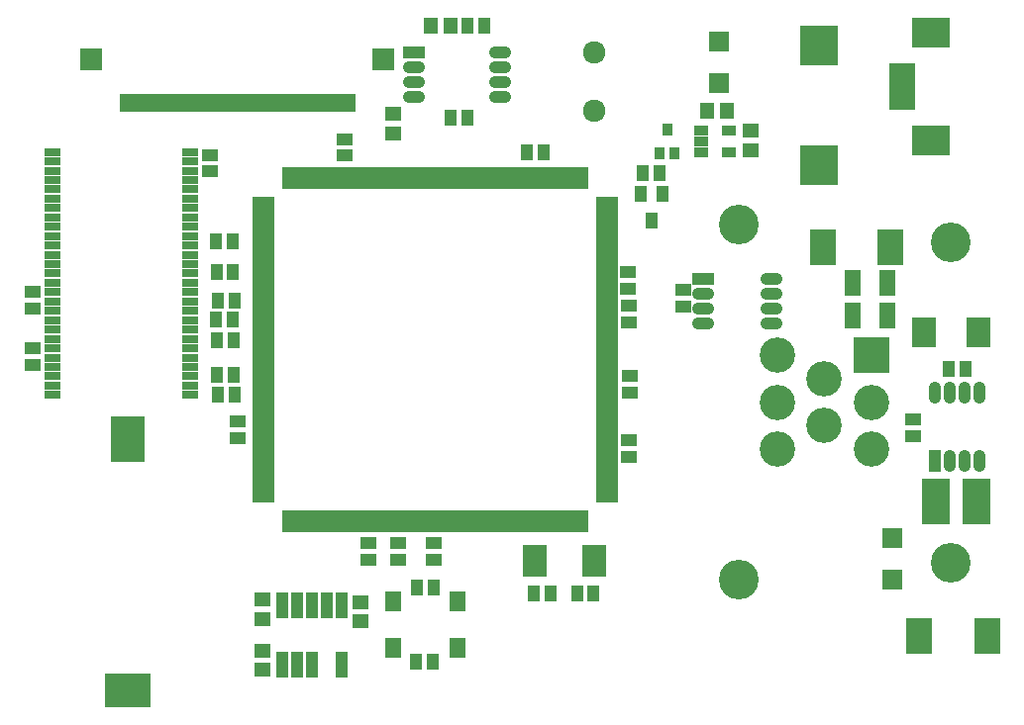
<source format=gts>
G04 #@! TF.GenerationSoftware,KiCad,Pcbnew,(2017-01-11 revision e99b79c)-master*
G04 #@! TF.CreationDate,2017-04-30T11:17:45+03:00*
G04 #@! TF.ProjectId,display,646973706C61792E6B696361645F7063,rev?*
G04 #@! TF.FileFunction,Soldermask,Top*
G04 #@! TF.FilePolarity,Negative*
%FSLAX46Y46*%
G04 Gerber Fmt 4.6, Leading zero omitted, Abs format (unit mm)*
G04 Created by KiCad (PCBNEW (2017-01-11 revision e99b79c)-master) date Sun Apr 30 11:17:45 2017*
%MOMM*%
%LPD*%
G01*
G04 APERTURE LIST*
%ADD10C,0.100000*%
%ADD11R,3.199080X3.399740*%
%ADD12R,0.679400X1.873200*%
%ADD13R,1.873200X0.679400*%
%ADD14R,1.416000X0.755600*%
%ADD15R,1.060400X1.339800*%
%ADD16R,1.924000X1.035000*%
%ADD17O,1.924000X1.035000*%
%ADD18R,2.017980X2.579320*%
%ADD19R,1.035000X1.924000*%
%ADD20O,1.035000X1.924000*%
%ADD21R,3.999180X2.998420*%
%ADD22R,2.998420X3.999180*%
%ADD23R,1.035000X2.305000*%
%ADD24R,1.339800X1.060400*%
%ADD25R,1.162000X1.339800*%
%ADD26R,1.339800X1.162000*%
%ADD27R,3.200000X2.500000*%
%ADD28R,2.300000X1.000000*%
%ADD29R,1.799540X1.697940*%
%ADD30R,1.398220X2.299920*%
%ADD31R,1.047700X1.449020*%
%ADD32R,2.099260X2.797760*%
%ADD33R,3.023820X3.023820*%
%ADD34C,3.023820*%
%ADD35C,3.399740*%
%ADD36C,1.924000*%
%ADD37R,1.900000X1.900000*%
%ADD38R,0.700000X1.600000*%
%ADD39R,1.400000X1.700000*%
%ADD40R,2.200000X3.100000*%
%ADD41R,2.400000X4.000000*%
%ADD42R,0.897840X1.098500*%
%ADD43R,1.200000X0.900000*%
G04 APERTURE END LIST*
D10*
D11*
X157600000Y-70248580D03*
X157600000Y-59951420D03*
D12*
X112051577Y-100727773D03*
X112559577Y-100727773D03*
X113042177Y-100727773D03*
X113550177Y-100727773D03*
X114058177Y-100727773D03*
X114540777Y-100727773D03*
X115048777Y-100727773D03*
X115556777Y-100727773D03*
X116067317Y-100727773D03*
X116547377Y-100727773D03*
X117055377Y-100727773D03*
X117565917Y-100727773D03*
X118045977Y-100727773D03*
X118553977Y-100727773D03*
X119061977Y-100727773D03*
X119544577Y-100727773D03*
X120052577Y-100727773D03*
X120560577Y-100727773D03*
X121043177Y-100727773D03*
X121551177Y-100727773D03*
X122059177Y-100727773D03*
X122541777Y-100727773D03*
X123049777Y-100727773D03*
X123557777Y-100727773D03*
X124040377Y-100727773D03*
X124548377Y-100727773D03*
X125056377Y-100727773D03*
X125564377Y-100727773D03*
X126046977Y-100727773D03*
X126554977Y-100727773D03*
X127062977Y-100727773D03*
X127545577Y-100727773D03*
X128053577Y-100727773D03*
X128561577Y-100727773D03*
X129044177Y-100727773D03*
X129552177Y-100727773D03*
X130060177Y-100727773D03*
X130542777Y-100727773D03*
X131050777Y-100727773D03*
X131558777Y-100727773D03*
X132038837Y-100727773D03*
X132549377Y-100727773D03*
X133057377Y-100727773D03*
X133537437Y-100727773D03*
X134047977Y-100727773D03*
X134555977Y-100727773D03*
X135063977Y-100727773D03*
X135546577Y-100727773D03*
X136054577Y-100727773D03*
X136562577Y-100727773D03*
X137045177Y-100727773D03*
X137553177Y-100727773D03*
D13*
X139508977Y-98771973D03*
X139508977Y-98263973D03*
X139508977Y-97781373D03*
X139508977Y-97273373D03*
X139508977Y-96765373D03*
X139508977Y-96282773D03*
X139508977Y-95774773D03*
X139508977Y-95266773D03*
X139508977Y-94756233D03*
X139508977Y-94276173D03*
X139508977Y-93768173D03*
X139508977Y-93257633D03*
X139508977Y-92777573D03*
X139508977Y-92269573D03*
X139508977Y-91761573D03*
X139508977Y-91278973D03*
X139508977Y-90770973D03*
X139508977Y-90262973D03*
X139508977Y-89780373D03*
X139508977Y-89272373D03*
X139508977Y-88764373D03*
X139508977Y-88281773D03*
X139508977Y-87773773D03*
X139508977Y-87265773D03*
X139508977Y-86783173D03*
X139508977Y-86275173D03*
X139508977Y-85767173D03*
X139508977Y-85259173D03*
X139508977Y-84776573D03*
X139508977Y-84268573D03*
X139508977Y-83760573D03*
X139508977Y-83277973D03*
X139508977Y-82769973D03*
X139508977Y-82261973D03*
X139508977Y-81779373D03*
X139508977Y-81271373D03*
X139508977Y-80763373D03*
X139508977Y-80280773D03*
X139508977Y-79772773D03*
X139508977Y-79264773D03*
X139508977Y-78784713D03*
X139508977Y-78274173D03*
X139508977Y-77766173D03*
X139508977Y-77286113D03*
X139508977Y-76775573D03*
X139508977Y-76267573D03*
X139508977Y-75759573D03*
X139508977Y-75276973D03*
X139508977Y-74768973D03*
X139508977Y-74260973D03*
X139508977Y-73778373D03*
X139508977Y-73270373D03*
D12*
X137553177Y-71314573D03*
X137045177Y-71314573D03*
X136562577Y-71314573D03*
X136054577Y-71314573D03*
X135546577Y-71314573D03*
X135063977Y-71314573D03*
X134555977Y-71314573D03*
X134047977Y-71314573D03*
X133537437Y-71314573D03*
X133057377Y-71314573D03*
X132549377Y-71314573D03*
X132038837Y-71314573D03*
X131558777Y-71314573D03*
X131050777Y-71314573D03*
X130542777Y-71314573D03*
X130060177Y-71314573D03*
X129552177Y-71314573D03*
X129044177Y-71314573D03*
X128561577Y-71314573D03*
X128053577Y-71314573D03*
X127545577Y-71314573D03*
X127062977Y-71314573D03*
X126554977Y-71314573D03*
X126046977Y-71314573D03*
X125564377Y-71314573D03*
X125056377Y-71314573D03*
X124548377Y-71314573D03*
X124040377Y-71314573D03*
X123557777Y-71314573D03*
X123049777Y-71314573D03*
X122541777Y-71314573D03*
X122059177Y-71314573D03*
X121551177Y-71314573D03*
X121043177Y-71314573D03*
X120560577Y-71314573D03*
X120052577Y-71314573D03*
X119544577Y-71314573D03*
X119061977Y-71314573D03*
X118553977Y-71314573D03*
X118045977Y-71314573D03*
X117565917Y-71314573D03*
X117055377Y-71314573D03*
X116547377Y-71314573D03*
X116067317Y-71314573D03*
X115556777Y-71314573D03*
X115048777Y-71314573D03*
X114540777Y-71314573D03*
X114058177Y-71314573D03*
X113550177Y-71314573D03*
X113042177Y-71314573D03*
X112559577Y-71314573D03*
X112051577Y-71314573D03*
D13*
X110095777Y-73270373D03*
X110095777Y-73778373D03*
X110095777Y-74260973D03*
X110095777Y-74768973D03*
X110095777Y-75276973D03*
X110095777Y-75759573D03*
X110095777Y-76267573D03*
X110095777Y-76775573D03*
X110095777Y-77286113D03*
X110095777Y-77766173D03*
X110095777Y-78274173D03*
X110095777Y-78784713D03*
X110095777Y-79264773D03*
X110095777Y-79772773D03*
X110095777Y-80280773D03*
X110095777Y-80763373D03*
X110095777Y-81271373D03*
X110095777Y-81779373D03*
X110095777Y-82261973D03*
X110095777Y-82769973D03*
X110095777Y-83277973D03*
X110095777Y-83760573D03*
X110095777Y-84268573D03*
X110095777Y-84776573D03*
X110095777Y-85259173D03*
X110095777Y-85767173D03*
X110095777Y-86275173D03*
X110095777Y-86783173D03*
X110095777Y-87265773D03*
X110095777Y-87773773D03*
X110095777Y-88281773D03*
X110095777Y-88764373D03*
X110095777Y-89272373D03*
X110095777Y-89780373D03*
X110095777Y-90262973D03*
X110095777Y-90770973D03*
X110095777Y-91278973D03*
X110095777Y-91761573D03*
X110095777Y-92269573D03*
X110095777Y-92777573D03*
X110095777Y-93257633D03*
X110095777Y-93768173D03*
X110095777Y-94276173D03*
X110095777Y-94756233D03*
X110095777Y-95266773D03*
X110095777Y-95774773D03*
X110095777Y-96282773D03*
X110095777Y-96765373D03*
X110095777Y-97273373D03*
X110095777Y-97781373D03*
X110095777Y-98263973D03*
X110095777Y-98771973D03*
D14*
X103873300Y-89898220D03*
X103873300Y-89098120D03*
X103873300Y-88298020D03*
X103873300Y-87497920D03*
X103873300Y-86697820D03*
X103873300Y-85897720D03*
X103873300Y-85097620D03*
X103873300Y-84297520D03*
X103873300Y-83497420D03*
X103873300Y-82697320D03*
X103873300Y-81897220D03*
X103873300Y-81097120D03*
X103873300Y-80297020D03*
X103873300Y-79499460D03*
X103873300Y-78699360D03*
X103873300Y-77901800D03*
X103873300Y-77101700D03*
X103873300Y-76301600D03*
X103873300Y-75501500D03*
X103873300Y-74701400D03*
X103873300Y-73901300D03*
X103873300Y-73101200D03*
X103873300Y-72301100D03*
X103873300Y-71501000D03*
X103873300Y-70700900D03*
X103873300Y-69900800D03*
X103873300Y-69100700D03*
X92075000Y-69100700D03*
X92075000Y-69900800D03*
X92075000Y-70700900D03*
X92075000Y-71501000D03*
X92075000Y-72301100D03*
X92075000Y-73101200D03*
X92075000Y-73901300D03*
X92075000Y-74701400D03*
X92075000Y-75501500D03*
X92075000Y-76301600D03*
X92075000Y-77101700D03*
X92075000Y-77901800D03*
X92075000Y-78699360D03*
X92075000Y-79499460D03*
X92075000Y-80297020D03*
X92075000Y-81097120D03*
X92075000Y-81897220D03*
X92075000Y-82697320D03*
X92075000Y-83497420D03*
X92075000Y-84297520D03*
X92075000Y-85097620D03*
X92075000Y-85897720D03*
X92075000Y-86697820D03*
X92075000Y-87497920D03*
X92075000Y-88298020D03*
X92075000Y-89098120D03*
X92075000Y-89898220D03*
D15*
X107645200Y-81788000D03*
X106222800Y-81788000D03*
X107518200Y-76758800D03*
X106095800Y-76758800D03*
X106108500Y-79375000D03*
X107530900Y-79375000D03*
D16*
X122999500Y-60542170D03*
D17*
X122999500Y-61809630D03*
X122999500Y-63079630D03*
X122999500Y-64349630D03*
X130340100Y-64349630D03*
X130340100Y-63079630D03*
X130340100Y-61809630D03*
X130340100Y-60542170D03*
D18*
X166636700Y-84550000D03*
X171234100Y-84550000D03*
D19*
X167504977Y-95522320D03*
D20*
X168774977Y-95522320D03*
X170044977Y-95522320D03*
X171314977Y-95522320D03*
X171314977Y-89680320D03*
X170044977Y-89680320D03*
X168774977Y-89680320D03*
X167504977Y-89680320D03*
D15*
X168695700Y-87696000D03*
X170118100Y-87696000D03*
D21*
X98552000Y-115173760D03*
D22*
X98552000Y-93675200D03*
D23*
X111775442Y-112977177D03*
X111775442Y-107897177D03*
X113045442Y-112977177D03*
X113045442Y-107897177D03*
X114315442Y-112977177D03*
X114315442Y-107897177D03*
X115585442Y-107897177D03*
X116855442Y-112977177D03*
X116855442Y-107897177D03*
D24*
X90360500Y-85902800D03*
X90360500Y-87325200D03*
D15*
X107581700Y-88138000D03*
X106159300Y-88138000D03*
D24*
X90424000Y-82499200D03*
X90424000Y-81076800D03*
D15*
X107645200Y-89852500D03*
X106222800Y-89852500D03*
X107518200Y-83439000D03*
X106095800Y-83439000D03*
D24*
X105562400Y-70764400D03*
X105562400Y-69342000D03*
D15*
X127609600Y-58254900D03*
X129032000Y-58254900D03*
D24*
X165660400Y-93423700D03*
X165660400Y-92001300D03*
D15*
X142544800Y-70916800D03*
X143967200Y-70916800D03*
D24*
X141325600Y-80772000D03*
X141325600Y-79349600D03*
D15*
X134111200Y-69100000D03*
X132688800Y-69100000D03*
D24*
X121602500Y-102590600D03*
X121602500Y-104013000D03*
D15*
X127558800Y-66192400D03*
X126136400Y-66192400D03*
D24*
X119126000Y-102590600D03*
X119126000Y-104013000D03*
X117030500Y-69418200D03*
X117030500Y-67995800D03*
X124650500Y-102603300D03*
X124650500Y-104025700D03*
X141376400Y-95199200D03*
X141376400Y-93776800D03*
D15*
X107581700Y-85217000D03*
X106159300Y-85217000D03*
D24*
X141376400Y-82245200D03*
X141376400Y-83667600D03*
X107899200Y-93573600D03*
X107899200Y-92151200D03*
X141427200Y-89712800D03*
X141427200Y-88290400D03*
D15*
X134672300Y-106931300D03*
X133249900Y-106931300D03*
X136932900Y-106931300D03*
X138355300Y-106931300D03*
D25*
X124421900Y-58254900D03*
X126098300Y-58254900D03*
D26*
X110067300Y-107383300D03*
X110067300Y-109059700D03*
X110067300Y-111764800D03*
X110067300Y-113441200D03*
X118450000Y-107611800D03*
X118450000Y-109288200D03*
D27*
X167212400Y-68150000D03*
X167212400Y-58850000D03*
D28*
X164712400Y-65000000D03*
X164712400Y-64000000D03*
X164712400Y-63000000D03*
X164712400Y-62000000D03*
D24*
X145986100Y-82334100D03*
X145986100Y-80911700D03*
D15*
X123288800Y-106400000D03*
X124711200Y-106400000D03*
X123188800Y-112700000D03*
X124611200Y-112700000D03*
D29*
X163900000Y-105715300D03*
X163900000Y-102184700D03*
D30*
X160501400Y-83100000D03*
X163498600Y-83100000D03*
D16*
X147722837Y-79929177D03*
D17*
X147722837Y-81199177D03*
X147722837Y-82469177D03*
X147722837Y-83739177D03*
X153564837Y-83739177D03*
X153564837Y-82469177D03*
X153564837Y-81199177D03*
X153564837Y-79929177D03*
D31*
X144256760Y-72715120D03*
X142356840Y-72715120D03*
X143306800Y-75011280D03*
D32*
X133284332Y-104130942D03*
X138364332Y-104130942D03*
D33*
X162072320Y-86527640D03*
D34*
X162072320Y-90525600D03*
X162072320Y-94523560D03*
X158074360Y-88526620D03*
X158074360Y-92524580D03*
X154076400Y-86527640D03*
X154076400Y-90525600D03*
X154076400Y-94523560D03*
D35*
X168871900Y-76827380D03*
X168871900Y-104223820D03*
X150774400Y-105724960D03*
X150774400Y-75326240D03*
D36*
X138400000Y-65550000D03*
X138400000Y-60550000D03*
D37*
X120399200Y-61182400D03*
X95399200Y-61182400D03*
D38*
X98150934Y-64880974D03*
X98650934Y-64880974D03*
X99150934Y-64880974D03*
X99650934Y-64880974D03*
X100150934Y-64880974D03*
X100650934Y-64880974D03*
X101150934Y-64880974D03*
X101650934Y-64880974D03*
X102150934Y-64880974D03*
X102650934Y-64880974D03*
X103150934Y-64880974D03*
X103650934Y-64880974D03*
X104150934Y-64880974D03*
X104650934Y-64880974D03*
X105150934Y-64880974D03*
X105650934Y-64880974D03*
X106150934Y-64880974D03*
X106650934Y-64880974D03*
X107150934Y-64880974D03*
X107650934Y-64880974D03*
X108150934Y-64880974D03*
X108650934Y-64880974D03*
X109150934Y-64880974D03*
X109650934Y-64880974D03*
X110150934Y-64880974D03*
X110650934Y-64880974D03*
X111150934Y-64880974D03*
X111650934Y-64880974D03*
X112150934Y-64880974D03*
X112650934Y-64880974D03*
X113150934Y-64880974D03*
X113650934Y-64880974D03*
X114150934Y-64880974D03*
X114650934Y-64880974D03*
X115150934Y-64880974D03*
X115650934Y-64880974D03*
X116150934Y-64880974D03*
X116650934Y-64880974D03*
X117150934Y-64880974D03*
X117650934Y-64880974D03*
D39*
X126699550Y-107550000D03*
X121200450Y-107550000D03*
X121200450Y-111550000D03*
X126699550Y-111550000D03*
D40*
X157950000Y-77250000D03*
X163750000Y-77250000D03*
X172000000Y-110500000D03*
X166200000Y-110500000D03*
D41*
X167650000Y-99050000D03*
X171050000Y-99050000D03*
D25*
X148061800Y-65550000D03*
X149738200Y-65550000D03*
D29*
X149100000Y-59634700D03*
X149100000Y-63165300D03*
D42*
X144000000Y-69200000D03*
X144632460Y-67203560D03*
X145270000Y-69200000D03*
D43*
X147559312Y-67223968D03*
X147559312Y-68173968D03*
X147559312Y-69123968D03*
X149959312Y-69123968D03*
X149959312Y-67223968D03*
D26*
X151800000Y-67300000D03*
X151800000Y-68976400D03*
D30*
X163498600Y-80300000D03*
X160501400Y-80300000D03*
D26*
X121200000Y-67500000D03*
X121200000Y-65823600D03*
M02*

</source>
